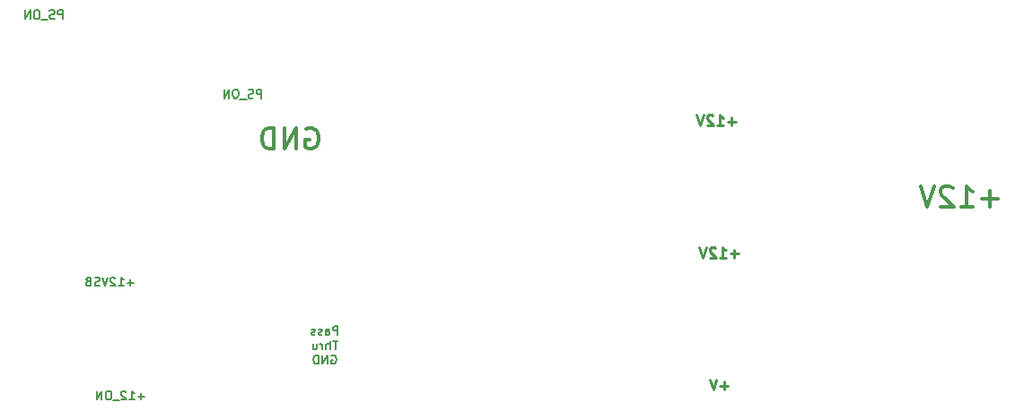
<source format=gbr>
G04 #@! TF.GenerationSoftware,KiCad,Pcbnew,(5.1.6)-1*
G04 #@! TF.CreationDate,2020-09-29T23:02:07-04:00*
G04 #@! TF.ProjectId,HP_power_supply_breakout,48505f70-6f77-4657-925f-737570706c79,rev?*
G04 #@! TF.SameCoordinates,Original*
G04 #@! TF.FileFunction,Legend,Bot*
G04 #@! TF.FilePolarity,Positive*
%FSLAX46Y46*%
G04 Gerber Fmt 4.6, Leading zero omitted, Abs format (unit mm)*
G04 Created by KiCad (PCBNEW (5.1.6)-1) date 2020-09-29 23:02:07*
%MOMM*%
%LPD*%
G01*
G04 APERTURE LIST*
%ADD10C,0.152400*%
%ADD11C,0.300000*%
%ADD12C,0.250000*%
G04 APERTURE END LIST*
D10*
X-17761447Y-22496095D02*
X-17761447Y-21683295D01*
X-18071085Y-21683295D01*
X-18148495Y-21722000D01*
X-18187200Y-21760704D01*
X-18225904Y-21838114D01*
X-18225904Y-21954228D01*
X-18187200Y-22031638D01*
X-18148495Y-22070342D01*
X-18071085Y-22109047D01*
X-17761447Y-22109047D01*
X-18922590Y-22496095D02*
X-18922590Y-22070342D01*
X-18883885Y-21992933D01*
X-18806476Y-21954228D01*
X-18651657Y-21954228D01*
X-18574247Y-21992933D01*
X-18922590Y-22457390D02*
X-18845180Y-22496095D01*
X-18651657Y-22496095D01*
X-18574247Y-22457390D01*
X-18535542Y-22379980D01*
X-18535542Y-22302571D01*
X-18574247Y-22225161D01*
X-18651657Y-22186457D01*
X-18845180Y-22186457D01*
X-18922590Y-22147752D01*
X-19270933Y-22457390D02*
X-19348342Y-22496095D01*
X-19503161Y-22496095D01*
X-19580571Y-22457390D01*
X-19619276Y-22379980D01*
X-19619276Y-22341276D01*
X-19580571Y-22263866D01*
X-19503161Y-22225161D01*
X-19387047Y-22225161D01*
X-19309638Y-22186457D01*
X-19270933Y-22109047D01*
X-19270933Y-22070342D01*
X-19309638Y-21992933D01*
X-19387047Y-21954228D01*
X-19503161Y-21954228D01*
X-19580571Y-21992933D01*
X-19928914Y-22457390D02*
X-20006323Y-22496095D01*
X-20161142Y-22496095D01*
X-20238552Y-22457390D01*
X-20277257Y-22379980D01*
X-20277257Y-22341276D01*
X-20238552Y-22263866D01*
X-20161142Y-22225161D01*
X-20045028Y-22225161D01*
X-19967619Y-22186457D01*
X-19928914Y-22109047D01*
X-19928914Y-22070342D01*
X-19967619Y-21992933D01*
X-20045028Y-21954228D01*
X-20161142Y-21954228D01*
X-20238552Y-21992933D01*
X-17780800Y-23054895D02*
X-18245257Y-23054895D01*
X-18013028Y-23867695D02*
X-18013028Y-23054895D01*
X-18516190Y-23867695D02*
X-18516190Y-23054895D01*
X-18864533Y-23867695D02*
X-18864533Y-23441942D01*
X-18825828Y-23364533D01*
X-18748419Y-23325828D01*
X-18632304Y-23325828D01*
X-18554895Y-23364533D01*
X-18516190Y-23403238D01*
X-19251580Y-23867695D02*
X-19251580Y-23325828D01*
X-19251580Y-23480647D02*
X-19290285Y-23403238D01*
X-19328990Y-23364533D01*
X-19406400Y-23325828D01*
X-19483809Y-23325828D01*
X-20103085Y-23325828D02*
X-20103085Y-23867695D01*
X-19754742Y-23325828D02*
X-19754742Y-23751580D01*
X-19793447Y-23828990D01*
X-19870857Y-23867695D01*
X-19986971Y-23867695D01*
X-20064380Y-23828990D01*
X-20103085Y-23790285D01*
X-18380723Y-24465200D02*
X-18303314Y-24426495D01*
X-18187200Y-24426495D01*
X-18071085Y-24465200D01*
X-17993676Y-24542609D01*
X-17954971Y-24620019D01*
X-17916266Y-24774838D01*
X-17916266Y-24890952D01*
X-17954971Y-25045771D01*
X-17993676Y-25123180D01*
X-18071085Y-25200590D01*
X-18187200Y-25239295D01*
X-18264609Y-25239295D01*
X-18380723Y-25200590D01*
X-18419428Y-25161885D01*
X-18419428Y-24890952D01*
X-18264609Y-24890952D01*
X-18767771Y-25239295D02*
X-18767771Y-24426495D01*
X-19232228Y-25239295D01*
X-19232228Y-24426495D01*
X-19619276Y-25239295D02*
X-19619276Y-24426495D01*
X-19812800Y-24426495D01*
X-19928914Y-24465200D01*
X-20006323Y-24542609D01*
X-20045028Y-24620019D01*
X-20083733Y-24774838D01*
X-20083733Y-24890952D01*
X-20045028Y-25045771D01*
X-20006323Y-25123180D01*
X-19928914Y-25200590D01*
X-19812800Y-25239295D01*
X-19619276Y-25239295D01*
X-36005123Y-28308057D02*
X-36624400Y-28308057D01*
X-36314761Y-28617695D02*
X-36314761Y-27998419D01*
X-37437200Y-28617695D02*
X-36972742Y-28617695D01*
X-37204971Y-28617695D02*
X-37204971Y-27804895D01*
X-37127561Y-27921009D01*
X-37050152Y-27998419D01*
X-36972742Y-28037123D01*
X-37746838Y-27882304D02*
X-37785542Y-27843600D01*
X-37862952Y-27804895D01*
X-38056476Y-27804895D01*
X-38133885Y-27843600D01*
X-38172590Y-27882304D01*
X-38211295Y-27959714D01*
X-38211295Y-28037123D01*
X-38172590Y-28153238D01*
X-37708133Y-28617695D01*
X-38211295Y-28617695D01*
X-38366114Y-28695104D02*
X-38985390Y-28695104D01*
X-39333733Y-27804895D02*
X-39488552Y-27804895D01*
X-39565961Y-27843600D01*
X-39643371Y-27921009D01*
X-39682076Y-28075828D01*
X-39682076Y-28346761D01*
X-39643371Y-28501580D01*
X-39565961Y-28578990D01*
X-39488552Y-28617695D01*
X-39333733Y-28617695D01*
X-39256323Y-28578990D01*
X-39178914Y-28501580D01*
X-39140209Y-28346761D01*
X-39140209Y-28075828D01*
X-39178914Y-27921009D01*
X-39256323Y-27843600D01*
X-39333733Y-27804895D01*
X-40030419Y-28617695D02*
X-40030419Y-27804895D01*
X-40494876Y-28617695D01*
X-40494876Y-27804895D01*
X-37024476Y-17558057D02*
X-37643752Y-17558057D01*
X-37334114Y-17867695D02*
X-37334114Y-17248419D01*
X-38456552Y-17867695D02*
X-37992095Y-17867695D01*
X-38224323Y-17867695D02*
X-38224323Y-17054895D01*
X-38146914Y-17171009D01*
X-38069504Y-17248419D01*
X-37992095Y-17287123D01*
X-38766190Y-17132304D02*
X-38804895Y-17093600D01*
X-38882304Y-17054895D01*
X-39075828Y-17054895D01*
X-39153238Y-17093600D01*
X-39191942Y-17132304D01*
X-39230647Y-17209714D01*
X-39230647Y-17287123D01*
X-39191942Y-17403238D01*
X-38727485Y-17867695D01*
X-39230647Y-17867695D01*
X-39462876Y-17054895D02*
X-39733809Y-17867695D01*
X-40004742Y-17054895D01*
X-40236971Y-17828990D02*
X-40353085Y-17867695D01*
X-40546609Y-17867695D01*
X-40624019Y-17828990D01*
X-40662723Y-17790285D01*
X-40701428Y-17712876D01*
X-40701428Y-17635466D01*
X-40662723Y-17558057D01*
X-40624019Y-17519352D01*
X-40546609Y-17480647D01*
X-40391790Y-17441942D01*
X-40314380Y-17403238D01*
X-40275676Y-17364533D01*
X-40236971Y-17287123D01*
X-40236971Y-17209714D01*
X-40275676Y-17132304D01*
X-40314380Y-17093600D01*
X-40391790Y-17054895D01*
X-40585314Y-17054895D01*
X-40701428Y-17093600D01*
X-41320704Y-17441942D02*
X-41436819Y-17480647D01*
X-41475523Y-17519352D01*
X-41514228Y-17596761D01*
X-41514228Y-17712876D01*
X-41475523Y-17790285D01*
X-41436819Y-17828990D01*
X-41359409Y-17867695D01*
X-41049771Y-17867695D01*
X-41049771Y-17054895D01*
X-41320704Y-17054895D01*
X-41398114Y-17093600D01*
X-41436819Y-17132304D01*
X-41475523Y-17209714D01*
X-41475523Y-17287123D01*
X-41436819Y-17364533D01*
X-41398114Y-17403238D01*
X-41320704Y-17441942D01*
X-41049771Y-17441942D01*
X-43738933Y7382304D02*
X-43738933Y8195104D01*
X-44048571Y8195104D01*
X-44125980Y8156400D01*
X-44164685Y8117695D01*
X-44203390Y8040285D01*
X-44203390Y7924171D01*
X-44164685Y7846761D01*
X-44125980Y7808057D01*
X-44048571Y7769352D01*
X-43738933Y7769352D01*
X-44513028Y7421009D02*
X-44629142Y7382304D01*
X-44822666Y7382304D01*
X-44900076Y7421009D01*
X-44938780Y7459714D01*
X-44977485Y7537123D01*
X-44977485Y7614533D01*
X-44938780Y7691942D01*
X-44900076Y7730647D01*
X-44822666Y7769352D01*
X-44667847Y7808057D01*
X-44590438Y7846761D01*
X-44551733Y7885466D01*
X-44513028Y7962876D01*
X-44513028Y8040285D01*
X-44551733Y8117695D01*
X-44590438Y8156400D01*
X-44667847Y8195104D01*
X-44861371Y8195104D01*
X-44977485Y8156400D01*
X-45132304Y7304895D02*
X-45751580Y7304895D01*
X-46099923Y8195104D02*
X-46254742Y8195104D01*
X-46332152Y8156400D01*
X-46409561Y8078990D01*
X-46448266Y7924171D01*
X-46448266Y7653238D01*
X-46409561Y7498419D01*
X-46332152Y7421009D01*
X-46254742Y7382304D01*
X-46099923Y7382304D01*
X-46022514Y7421009D01*
X-45945104Y7498419D01*
X-45906400Y7653238D01*
X-45906400Y7924171D01*
X-45945104Y8078990D01*
X-46022514Y8156400D01*
X-46099923Y8195104D01*
X-46796609Y7382304D02*
X-46796609Y8195104D01*
X-47261066Y7382304D01*
X-47261066Y8195104D01*
D11*
X-20726190Y-3000000D02*
X-20535714Y-2904761D01*
X-20250000Y-2904761D01*
X-19964285Y-3000000D01*
X-19773809Y-3190476D01*
X-19678571Y-3380952D01*
X-19583333Y-3761904D01*
X-19583333Y-4047619D01*
X-19678571Y-4428571D01*
X-19773809Y-4619047D01*
X-19964285Y-4809523D01*
X-20250000Y-4904761D01*
X-20440476Y-4904761D01*
X-20726190Y-4809523D01*
X-20821428Y-4714285D01*
X-20821428Y-4047619D01*
X-20440476Y-4047619D01*
X-21678571Y-4904761D02*
X-21678571Y-2904761D01*
X-22821428Y-4904761D01*
X-22821428Y-2904761D01*
X-23773809Y-4904761D02*
X-23773809Y-2904761D01*
X-24250000Y-2904761D01*
X-24535714Y-3000000D01*
X-24726190Y-3190476D01*
X-24821428Y-3380952D01*
X-24916666Y-3761904D01*
X-24916666Y-4047619D01*
X-24821428Y-4428571D01*
X-24726190Y-4619047D01*
X-24535714Y-4809523D01*
X-24250000Y-4904761D01*
X-23773809Y-4904761D01*
D10*
X-24988933Y-117695D02*
X-24988933Y695104D01*
X-25298571Y695104D01*
X-25375980Y656400D01*
X-25414685Y617695D01*
X-25453390Y540285D01*
X-25453390Y424171D01*
X-25414685Y346761D01*
X-25375980Y308057D01*
X-25298571Y269352D01*
X-24988933Y269352D01*
X-25763028Y-78990D02*
X-25879142Y-117695D01*
X-26072666Y-117695D01*
X-26150076Y-78990D01*
X-26188780Y-40285D01*
X-26227485Y37123D01*
X-26227485Y114533D01*
X-26188780Y191942D01*
X-26150076Y230647D01*
X-26072666Y269352D01*
X-25917847Y308057D01*
X-25840438Y346761D01*
X-25801733Y385466D01*
X-25763028Y462876D01*
X-25763028Y540285D01*
X-25801733Y617695D01*
X-25840438Y656400D01*
X-25917847Y695104D01*
X-26111371Y695104D01*
X-26227485Y656400D01*
X-26382304Y-195104D02*
X-27001580Y-195104D01*
X-27349923Y695104D02*
X-27504742Y695104D01*
X-27582152Y656400D01*
X-27659561Y578990D01*
X-27698266Y424171D01*
X-27698266Y153238D01*
X-27659561Y-1580D01*
X-27582152Y-78990D01*
X-27504742Y-117695D01*
X-27349923Y-117695D01*
X-27272514Y-78990D01*
X-27195104Y-1580D01*
X-27156400Y153238D01*
X-27156400Y424171D01*
X-27195104Y578990D01*
X-27272514Y656400D01*
X-27349923Y695104D01*
X-28046609Y-117695D02*
X-28046609Y695104D01*
X-28511066Y-117695D01*
X-28511066Y695104D01*
D12*
X19059523Y-27321428D02*
X18297619Y-27321428D01*
X18678571Y-27702380D02*
X18678571Y-26940476D01*
X17964285Y-26702380D02*
X17630952Y-27702380D01*
X17297619Y-26702380D01*
X19761904Y-2321428D02*
X19000000Y-2321428D01*
X19380952Y-2702380D02*
X19380952Y-1940476D01*
X18000000Y-2702380D02*
X18571428Y-2702380D01*
X18285714Y-2702380D02*
X18285714Y-1702380D01*
X18380952Y-1845238D01*
X18476190Y-1940476D01*
X18571428Y-1988095D01*
X17619047Y-1797619D02*
X17571428Y-1750000D01*
X17476190Y-1702380D01*
X17238095Y-1702380D01*
X17142857Y-1750000D01*
X17095238Y-1797619D01*
X17047619Y-1892857D01*
X17047619Y-1988095D01*
X17095238Y-2130952D01*
X17666666Y-2702380D01*
X17047619Y-2702380D01*
X16761904Y-1702380D02*
X16428571Y-2702380D01*
X16095238Y-1702380D01*
X20011904Y-14821428D02*
X19250000Y-14821428D01*
X19630952Y-15202380D02*
X19630952Y-14440476D01*
X18250000Y-15202380D02*
X18821428Y-15202380D01*
X18535714Y-15202380D02*
X18535714Y-14202380D01*
X18630952Y-14345238D01*
X18726190Y-14440476D01*
X18821428Y-14488095D01*
X17869047Y-14297619D02*
X17821428Y-14250000D01*
X17726190Y-14202380D01*
X17488095Y-14202380D01*
X17392857Y-14250000D01*
X17345238Y-14297619D01*
X17297619Y-14392857D01*
X17297619Y-14488095D01*
X17345238Y-14630952D01*
X17916666Y-15202380D01*
X17297619Y-15202380D01*
X17011904Y-14202380D02*
X16678571Y-15202380D01*
X16345238Y-14202380D01*
D11*
X44523809Y-9642857D02*
X43000000Y-9642857D01*
X43761904Y-10404761D02*
X43761904Y-8880952D01*
X41000000Y-10404761D02*
X42142857Y-10404761D01*
X41571428Y-10404761D02*
X41571428Y-8404761D01*
X41761904Y-8690476D01*
X41952380Y-8880952D01*
X42142857Y-8976190D01*
X40238095Y-8595238D02*
X40142857Y-8500000D01*
X39952380Y-8404761D01*
X39476190Y-8404761D01*
X39285714Y-8500000D01*
X39190476Y-8595238D01*
X39095238Y-8785714D01*
X39095238Y-8976190D01*
X39190476Y-9261904D01*
X40333333Y-10404761D01*
X39095238Y-10404761D01*
X38523809Y-8404761D02*
X37857142Y-10404761D01*
X37190476Y-8404761D01*
M02*

</source>
